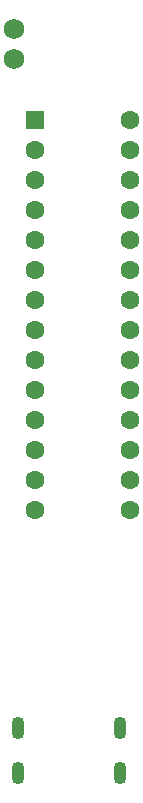
<source format=gbs>
G04 Layer: BottomSolderMaskLayer*
G04 EasyEDA v6.5.14, 2022-08-19 15:33:08*
G04 4789359181944f948eab88b2c3823588,33ad25853f61487886fee39e8dc23a8a,10*
G04 Gerber Generator version 0.2*
G04 Scale: 100 percent, Rotated: No, Reflected: No *
G04 Dimensions in inches *
G04 leading zeros omitted , absolute positions ,3 integer and 6 decimal *
%FSLAX36Y36*%
%MOIN*%

%AMMACRO1*1,1,$1,$2,$3*1,1,$1,$4,$5*1,1,$1,0-$2,0-$3*1,1,$1,0-$4,0-$5*20,1,$1,$2,$3,$4,$5,0*20,1,$1,$4,$5,0-$2,0-$3,0*20,1,$1,0-$2,0-$3,0-$4,0-$5,0*20,1,$1,0-$4,0-$5,$2,$3,0*4,1,4,$2,$3,$4,$5,0-$2,0-$3,0-$4,0-$5,$2,$3,0*%
%ADD10O,0.043307000000000005X0.074803*%
%ADD11MACRO1,0.004X-0.0295X0.0295X0.0295X0.0295*%
%ADD12C,0.0631*%
%ADD13C,0.0680*%

%LPD*%
D10*
G01*
X129929Y300509D03*
G01*
X470079Y300509D03*
G01*
X129929Y150900D03*
G01*
X470079Y150900D03*
D11*
G01*
X187519Y2325709D03*
D12*
G01*
X187519Y2225709D03*
G01*
X187519Y2125709D03*
G01*
X187519Y2025709D03*
G01*
X187519Y1925709D03*
G01*
X187519Y1825709D03*
G01*
X187519Y1725709D03*
G01*
X187519Y1625709D03*
G01*
X187519Y1525709D03*
G01*
X187519Y1425709D03*
G01*
X187519Y1325709D03*
G01*
X187519Y1225709D03*
G01*
X187519Y1125709D03*
G01*
X187519Y1025709D03*
G01*
X502480Y2325709D03*
G01*
X502480Y2225709D03*
G01*
X502480Y2125709D03*
G01*
X502480Y2025709D03*
G01*
X502480Y1925709D03*
G01*
X502480Y1825709D03*
G01*
X502480Y1725709D03*
G01*
X502480Y1625709D03*
G01*
X502480Y1525709D03*
G01*
X502480Y1425709D03*
G01*
X502480Y1325709D03*
G01*
X502480Y1225709D03*
G01*
X502480Y1125709D03*
G01*
X502480Y1025709D03*
D13*
G01*
X115000Y2630709D03*
G01*
X115000Y2530709D03*
M02*

</source>
